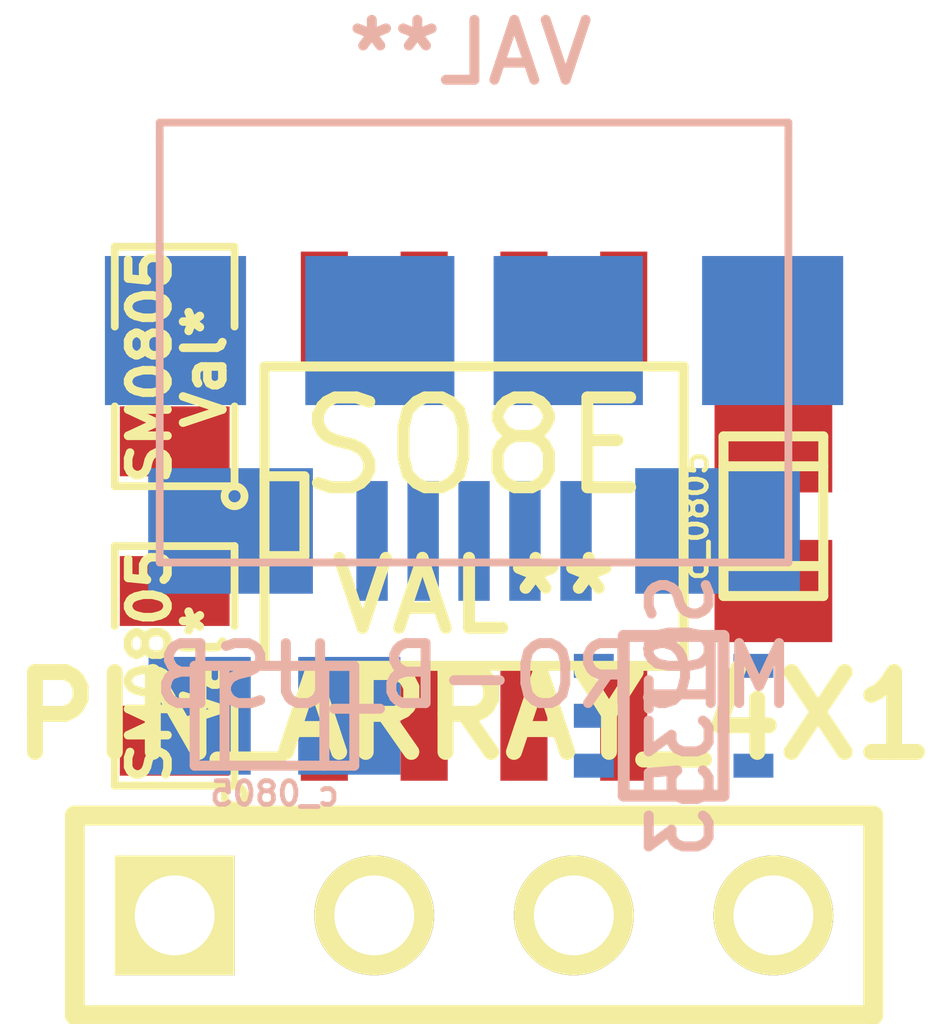
<source format=kicad_pcb>
(kicad_pcb (version 3) (host pcbnew "(2013-07-07 BZR 4022)-stable")

  (general
    (links 0)
    (no_connects 0)
    (area 264.086623 110.2415 279.473377 125.3236)
    (thickness 1.6)
    (drawings 0)
    (tracks 0)
    (zones 0)
    (modules 8)
    (nets 1)
  )

  (page A3)
  (layers
    (15 F.Cu signal)
    (0 B.Cu signal)
    (16 B.Adhes user)
    (17 F.Adhes user)
    (18 B.Paste user)
    (19 F.Paste user)
    (20 B.SilkS user)
    (21 F.SilkS user)
    (22 B.Mask user)
    (23 F.Mask user)
    (24 Dwgs.User user)
    (25 Cmts.User user)
    (26 Eco1.User user)
    (27 Eco2.User user)
    (28 Edge.Cuts user)
  )

  (setup
    (last_trace_width 0.254)
    (trace_clearance 0.254)
    (zone_clearance 0.508)
    (zone_45_only no)
    (trace_min 0.254)
    (segment_width 0.2)
    (edge_width 0.15)
    (via_size 0.889)
    (via_drill 0.635)
    (via_min_size 0.889)
    (via_min_drill 0.508)
    (uvia_size 0.508)
    (uvia_drill 0.127)
    (uvias_allowed no)
    (uvia_min_size 0.508)
    (uvia_min_drill 0.127)
    (pcb_text_width 0.3)
    (pcb_text_size 1.5 1.5)
    (mod_edge_width 0.15)
    (mod_text_size 1.5 1.5)
    (mod_text_width 0.15)
    (pad_size 0.39878 1.524)
    (pad_drill 0)
    (pad_to_mask_clearance 0.2)
    (aux_axis_origin 0 0)
    (visible_elements FFFFFFBF)
    (pcbplotparams
      (layerselection 3178497)
      (usegerberextensions true)
      (excludeedgelayer true)
      (linewidth 0.100000)
      (plotframeref false)
      (viasonmask false)
      (mode 1)
      (useauxorigin false)
      (hpglpennumber 1)
      (hpglpenspeed 20)
      (hpglpendiameter 15)
      (hpglpenoverlay 2)
      (psnegative false)
      (psa4output false)
      (plotreference true)
      (plotvalue true)
      (plotothertext true)
      (plotinvisibletext false)
      (padsonsilk false)
      (subtractmaskfromsilk false)
      (outputformat 1)
      (mirror false)
      (drillshape 1)
      (scaleselection 1)
      (outputdirectory ""))
  )

  (net 0 "")

  (net_class Default "This is the default net class."
    (clearance 0.254)
    (trace_width 0.254)
    (via_dia 0.889)
    (via_drill 0.635)
    (uvia_dia 0.508)
    (uvia_drill 0.127)
    (add_net "")
  )

  (module SO8E (layer F.Cu) (tedit 4F33A5C7) (tstamp 5492926A)
    (at 271.78 116.84)
    (descr "module CMS SOJ 8 pins etroit")
    (tags "CMS SOJ")
    (attr smd)
    (fp_text reference SO8E (at 0 -0.889) (layer F.SilkS)
      (effects (font (size 1.143 1.143) (thickness 0.1524)))
    )
    (fp_text value VAL** (at 0 1.016) (layer F.SilkS)
      (effects (font (size 0.889 0.889) (thickness 0.1524)))
    )
    (fp_line (start -2.667 1.778) (end -2.667 1.905) (layer F.SilkS) (width 0.127))
    (fp_line (start -2.667 1.905) (end 2.667 1.905) (layer F.SilkS) (width 0.127))
    (fp_line (start 2.667 -1.905) (end -2.667 -1.905) (layer F.SilkS) (width 0.127))
    (fp_line (start -2.667 -1.905) (end -2.667 1.778) (layer F.SilkS) (width 0.127))
    (fp_line (start -2.667 -0.508) (end -2.159 -0.508) (layer F.SilkS) (width 0.127))
    (fp_line (start -2.159 -0.508) (end -2.159 0.508) (layer F.SilkS) (width 0.127))
    (fp_line (start -2.159 0.508) (end -2.667 0.508) (layer F.SilkS) (width 0.127))
    (fp_line (start 2.667 -1.905) (end 2.667 1.905) (layer F.SilkS) (width 0.127))
    (pad 8 smd rect (at -1.905 -2.667) (size 0.59944 1.39954)
      (layers F.Cu F.Paste F.Mask)
    )
    (pad 1 smd rect (at -1.905 2.667) (size 0.59944 1.39954)
      (layers F.Cu F.Paste F.Mask)
    )
    (pad 7 smd rect (at -0.635 -2.667) (size 0.59944 1.39954)
      (layers F.Cu F.Paste F.Mask)
    )
    (pad 6 smd rect (at 0.635 -2.667) (size 0.59944 1.39954)
      (layers F.Cu F.Paste F.Mask)
    )
    (pad 5 smd rect (at 1.905 -2.667) (size 0.59944 1.39954)
      (layers F.Cu F.Paste F.Mask)
    )
    (pad 2 smd rect (at -0.635 2.667) (size 0.59944 1.39954)
      (layers F.Cu F.Paste F.Mask)
    )
    (pad 3 smd rect (at 0.635 2.667) (size 0.59944 1.39954)
      (layers F.Cu F.Paste F.Mask)
    )
    (pad 4 smd rect (at 1.905 2.667) (size 0.59944 1.39954)
      (layers F.Cu F.Paste F.Mask)
    )
    (model smd/cms_so8.wrl
      (at (xyz 0 0 0))
      (scale (xyz 0.5 0.32 0.5))
      (rotate (xyz 0 0 0))
    )
  )

  (module MICRO-B_USB (layer B.Cu) (tedit 54924579) (tstamp 54934364)
    (at 271.78 113.03)
    (fp_text reference MICRO-B_USB (at 0 5.842) (layer B.SilkS)
      (effects (font (size 0.762 0.762) (thickness 0.127)) (justify mirror))
    )
    (fp_text value VAL** (at -0.05 -2.09) (layer B.SilkS)
      (effects (font (size 0.762 0.762) (thickness 0.127)) (justify mirror))
    )
    (fp_line (start -4.0005 -1.00076) (end -4.0005 -1.19888) (layer B.SilkS) (width 0.09906))
    (fp_line (start 4.0005 -1.00076) (end 4.0005 -1.19888) (layer B.SilkS) (width 0.09906))
    (fp_line (start -4.0005 4.39928) (end 4.0005 4.39928) (layer B.SilkS) (width 0.09906))
    (fp_line (start 4.0005 4.39928) (end 4.0005 -1.00076) (layer B.SilkS) (width 0.09906))
    (fp_line (start 4.0005 -1.19888) (end -4.0005 -1.19888) (layer B.SilkS) (width 0.09906))
    (fp_line (start -4.0005 -1.00076) (end -4.0005 4.39928) (layer B.SilkS) (width 0.09906))
    (pad "" smd rect (at -1.19888 1.4478) (size 1.89738 1.89738)
      (layers B.Cu B.Paste B.Mask)
    )
    (pad "" smd rect (at 1.19888 1.4478) (size 1.89992 1.89738)
      (layers B.Cu B.Paste B.Mask)
    )
    (pad "" smd rect (at 3.79984 1.4478) (size 1.79578 1.89738)
      (layers B.Cu B.Paste B.Mask)
    )
    (pad "" smd rect (at -3.0988 3.99796) (size 2.0955 1.59766)
      (layers B.Cu B.Paste B.Mask)
    )
    (pad 1 smd rect (at -1.29794 4.12496) (size 0.39878 1.524)
      (layers B.Cu B.Paste B.Mask)
      (clearance 0.2032)
    )
    (pad 2 smd rect (at -0.6477 4.12496) (size 0.39878 1.524)
      (layers B.Cu B.Paste B.Mask)
      (clearance 0.2032)
    )
    (pad 3 smd rect (at 0 4.12496) (size 0.39878 1.524)
      (layers B.Cu B.Paste B.Mask)
      (clearance 0.2032)
    )
    (pad 4 smd rect (at 0.6477 4.12496) (size 0.39878 1.524)
      (layers B.Cu B.Paste B.Mask)
      (clearance 0.2032)
    )
    (pad 5 smd rect (at 1.29794 4.12496) (size 0.39878 1.524)
      (layers B.Cu B.Paste B.Mask)
      (clearance 0.2032)
    )
    (pad "" smd rect (at 3.0988 3.99796) (size 2.0955 1.59766)
      (layers B.Cu B.Paste B.Mask)
    )
    (pad "" smd rect (at -3.79984 1.4478) (size 1.79578 1.89738)
      (layers B.Cu B.Paste B.Mask)
    )
  )

  (module SOT353 (layer B.Cu) (tedit 503FB44B) (tstamp 54936F15)
    (at 274.32 119.38)
    (descr SOT353)
    (attr smd)
    (fp_text reference SOT353 (at 0.09906 0 270) (layer B.SilkS)
      (effects (font (size 0.762 0.635) (thickness 0.127)) (justify mirror))
    )
    (fp_text value Val** (at 0.09906 0 270) (layer B.SilkS) hide
      (effects (font (size 0.762 0.635) (thickness 0.127)) (justify mirror))
    )
    (fp_line (start 0.635 -1.016) (end 0.635 1.016) (layer B.SilkS) (width 0.1524))
    (fp_line (start 0.635 1.016) (end -0.635 1.016) (layer B.SilkS) (width 0.1524))
    (fp_line (start -0.635 1.016) (end -0.635 -1.016) (layer B.SilkS) (width 0.1524))
    (fp_line (start -0.635 -1.016) (end 0.635 -1.016) (layer B.SilkS) (width 0.1524))
    (pad 1 smd rect (at -1.016 0.635) (size 0.508 0.3048)
      (layers B.Cu B.Paste B.Mask)
    )
    (pad 3 smd rect (at -1.016 -0.635) (size 0.508 0.3048)
      (layers B.Cu B.Paste B.Mask)
    )
    (pad 5 smd rect (at 1.016 0.635) (size 0.508 0.3048)
      (layers B.Cu B.Paste B.Mask)
    )
    (pad 2 smd rect (at -1.016 0) (size 0.508 0.3048)
      (layers B.Cu B.Paste B.Mask)
    )
    (pad 4 smd rect (at 1.016 -0.635) (size 0.508 0.3048)
      (layers B.Cu B.Paste B.Mask)
    )
    (model smd/SOT23_5.wrl
      (at (xyz 0 0 0))
      (scale (xyz 0.07000000000000001 0.09 0.08))
      (rotate (xyz 0 0 90))
    )
  )

  (module c_0805 (layer F.Cu) (tedit 49047394) (tstamp 54939C37)
    (at 275.59 116.84 90)
    (descr "SMT capacitor, 0805")
    (fp_text reference c_0805 (at 0 -0.9906 90) (layer F.SilkS)
      (effects (font (size 0.29972 0.29972) (thickness 0.06096)))
    )
    (fp_text value C*** (at 0 0.9906 90) (layer F.SilkS) hide
      (effects (font (size 0.29972 0.29972) (thickness 0.06096)))
    )
    (fp_line (start 0.635 -0.635) (end 0.635 0.635) (layer F.SilkS) (width 0.127))
    (fp_line (start -0.635 -0.635) (end -0.635 0.6096) (layer F.SilkS) (width 0.127))
    (fp_line (start -1.016 -0.635) (end 1.016 -0.635) (layer F.SilkS) (width 0.127))
    (fp_line (start 1.016 -0.635) (end 1.016 0.635) (layer F.SilkS) (width 0.127))
    (fp_line (start 1.016 0.635) (end -1.016 0.635) (layer F.SilkS) (width 0.127))
    (fp_line (start -1.016 0.635) (end -1.016 -0.635) (layer F.SilkS) (width 0.127))
    (pad 1 smd rect (at 0.9525 0 90) (size 1.30048 1.4986)
      (layers F.Cu F.Paste F.Mask)
    )
    (pad 2 smd rect (at -0.9525 0 90) (size 1.30048 1.4986)
      (layers F.Cu F.Paste F.Mask)
    )
    (model smd/capacitors/c_0805.wrl
      (at (xyz 0 0 0))
      (scale (xyz 1 1 1))
      (rotate (xyz 0 0 0))
    )
  )

  (module c_0805 (layer B.Cu) (tedit 49047394) (tstamp 54939C4E)
    (at 269.24 119.38)
    (descr "SMT capacitor, 0805")
    (fp_text reference c_0805 (at 0 0.9906) (layer B.SilkS)
      (effects (font (size 0.29972 0.29972) (thickness 0.06096)) (justify mirror))
    )
    (fp_text value C*** (at 0 -0.9906) (layer B.SilkS) hide
      (effects (font (size 0.29972 0.29972) (thickness 0.06096)) (justify mirror))
    )
    (fp_line (start 0.635 0.635) (end 0.635 -0.635) (layer B.SilkS) (width 0.127))
    (fp_line (start -0.635 0.635) (end -0.635 -0.6096) (layer B.SilkS) (width 0.127))
    (fp_line (start -1.016 0.635) (end 1.016 0.635) (layer B.SilkS) (width 0.127))
    (fp_line (start 1.016 0.635) (end 1.016 -0.635) (layer B.SilkS) (width 0.127))
    (fp_line (start 1.016 -0.635) (end -1.016 -0.635) (layer B.SilkS) (width 0.127))
    (fp_line (start -1.016 -0.635) (end -1.016 0.635) (layer B.SilkS) (width 0.127))
    (pad 1 smd rect (at 0.9525 0) (size 1.30048 1.4986)
      (layers B.Cu B.Paste B.Mask)
    )
    (pad 2 smd rect (at -0.9525 0) (size 1.30048 1.4986)
      (layers B.Cu B.Paste B.Mask)
    )
    (model smd/capacitors/c_0805.wrl
      (at (xyz 0 0 0))
      (scale (xyz 1 1 1))
      (rotate (xyz 0 0 0))
    )
  )

  (module SM0805 (layer F.Cu) (tedit 5091495C) (tstamp 5493CECF)
    (at 267.97 118.745 90)
    (attr smd)
    (fp_text reference SM0805 (at 0 -0.3175 90) (layer F.SilkS)
      (effects (font (size 0.50038 0.50038) (thickness 0.10922)))
    )
    (fp_text value Val* (at 0 0.381 90) (layer F.SilkS)
      (effects (font (size 0.50038 0.50038) (thickness 0.10922)))
    )
    (fp_circle (center -1.651 0.762) (end -1.651 0.635) (layer F.SilkS) (width 0.09906))
    (fp_line (start -0.508 0.762) (end -1.524 0.762) (layer F.SilkS) (width 0.09906))
    (fp_line (start -1.524 0.762) (end -1.524 -0.762) (layer F.SilkS) (width 0.09906))
    (fp_line (start -1.524 -0.762) (end -0.508 -0.762) (layer F.SilkS) (width 0.09906))
    (fp_line (start 0.508 -0.762) (end 1.524 -0.762) (layer F.SilkS) (width 0.09906))
    (fp_line (start 1.524 -0.762) (end 1.524 0.762) (layer F.SilkS) (width 0.09906))
    (fp_line (start 1.524 0.762) (end 0.508 0.762) (layer F.SilkS) (width 0.09906))
    (pad 1 smd rect (at -0.9525 0 90) (size 0.889 1.397)
      (layers F.Cu F.Paste F.Mask)
    )
    (pad 2 smd rect (at 0.9525 0 90) (size 0.889 1.397)
      (layers F.Cu F.Paste F.Mask)
    )
    (model smd/chip_cms.wrl
      (at (xyz 0 0 0))
      (scale (xyz 0.1 0.1 0.1))
      (rotate (xyz 0 0 0))
    )
  )

  (module SM0805 (layer F.Cu) (tedit 5091495C) (tstamp 5493CEE8)
    (at 267.97 114.935 90)
    (attr smd)
    (fp_text reference SM0805 (at 0 -0.3175 90) (layer F.SilkS)
      (effects (font (size 0.50038 0.50038) (thickness 0.10922)))
    )
    (fp_text value Val* (at 0 0.381 90) (layer F.SilkS)
      (effects (font (size 0.50038 0.50038) (thickness 0.10922)))
    )
    (fp_circle (center -1.651 0.762) (end -1.651 0.635) (layer F.SilkS) (width 0.09906))
    (fp_line (start -0.508 0.762) (end -1.524 0.762) (layer F.SilkS) (width 0.09906))
    (fp_line (start -1.524 0.762) (end -1.524 -0.762) (layer F.SilkS) (width 0.09906))
    (fp_line (start -1.524 -0.762) (end -0.508 -0.762) (layer F.SilkS) (width 0.09906))
    (fp_line (start 0.508 -0.762) (end 1.524 -0.762) (layer F.SilkS) (width 0.09906))
    (fp_line (start 1.524 -0.762) (end 1.524 0.762) (layer F.SilkS) (width 0.09906))
    (fp_line (start 1.524 0.762) (end 0.508 0.762) (layer F.SilkS) (width 0.09906))
    (pad 1 smd rect (at -0.9525 0 90) (size 0.889 1.397)
      (layers F.Cu F.Paste F.Mask)
    )
    (pad 2 smd rect (at 0.9525 0 90) (size 0.889 1.397)
      (layers F.Cu F.Paste F.Mask)
    )
    (model smd/chip_cms.wrl
      (at (xyz 0 0 0))
      (scale (xyz 0.1 0.1 0.1))
      (rotate (xyz 0 0 0))
    )
  )

  (module PIN_ARRAY_4x1 (layer F.Cu) (tedit 4C10F42E) (tstamp 54940CED)
    (at 271.78 121.92)
    (descr "Double rangee de contacts 2 x 5 pins")
    (tags CONN)
    (fp_text reference PIN_ARRAY_4X1 (at 0 -2.54) (layer F.SilkS)
      (effects (font (size 1.016 1.016) (thickness 0.2032)))
    )
    (fp_text value Val** (at 0 2.54) (layer F.SilkS) hide
      (effects (font (size 1.016 1.016) (thickness 0.2032)))
    )
    (fp_line (start 5.08 1.27) (end -5.08 1.27) (layer F.SilkS) (width 0.254))
    (fp_line (start 5.08 -1.27) (end -5.08 -1.27) (layer F.SilkS) (width 0.254))
    (fp_line (start -5.08 -1.27) (end -5.08 1.27) (layer F.SilkS) (width 0.254))
    (fp_line (start 5.08 1.27) (end 5.08 -1.27) (layer F.SilkS) (width 0.254))
    (pad 1 thru_hole rect (at -3.81 0) (size 1.524 1.524) (drill 1.016)
      (layers *.Cu *.Mask F.SilkS)
    )
    (pad 2 thru_hole circle (at -1.27 0) (size 1.524 1.524) (drill 1.016)
      (layers *.Cu *.Mask F.SilkS)
    )
    (pad 3 thru_hole circle (at 1.27 0) (size 1.524 1.524) (drill 1.016)
      (layers *.Cu *.Mask F.SilkS)
    )
    (pad 4 thru_hole circle (at 3.81 0) (size 1.524 1.524) (drill 1.016)
      (layers *.Cu *.Mask F.SilkS)
    )
    (model pin_array\pins_array_4x1.wrl
      (at (xyz 0 0 0))
      (scale (xyz 1 1 1))
      (rotate (xyz 0 0 0))
    )
  )

)

</source>
